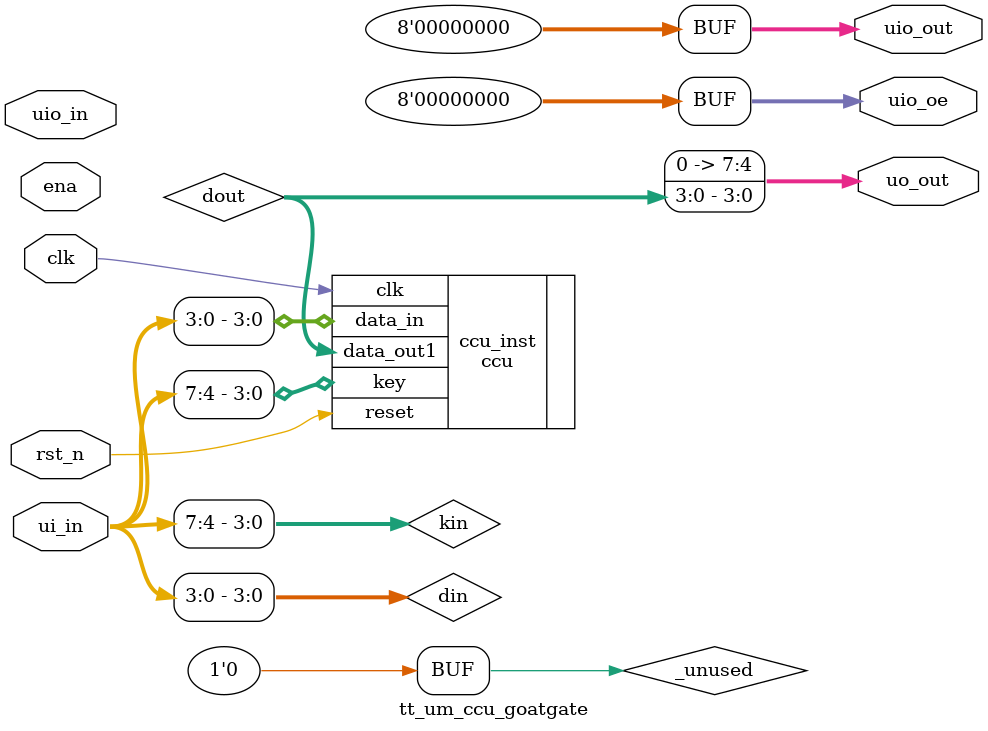
<source format=v>
/*
 * Copyright (c) 2024 Your Name
 * SPDX-License-Identifier: Apache-2.0
 */

`default_nettype none

module tt_um_ccu_goatgate (
    input  wire [7:0] ui_in,    // Dedicated inputs
    output wire [7:0] uo_out,   // Dedicated outputs
    input  wire [7:0] uio_in,   // IOs: Input path
    output wire [7:0] uio_out,  // IOs: Output path
    output wire [7:0] uio_oe,   // IOs: Enable path (active high: 0=input, 1=output)
    input  wire       ena,      // always 1 when the design is powered, so you can ignore it
    input  wire       clk,      // clock
    input  wire       rst_n     // reset_n - low to reset
);

  // All output pins must be assigned. If not used, assign to 0.
    assign uo_out[3:0] = dout;
    assign uo_out[7:4] = 0;
    assign uio_out = 0;
    assign uio_oe  = 0;
    
    // I/O definitions
    wire [3:0] din = ui_in[3:0];
    wire [3:0] kin = ui_in[7:4];
    wire [3:0] dout;
    
  // List all unused inputs to prevent warnings
  wire _unused = &{ena, 1'b0};
  ccu ccu_inst (
                          .clk(clk),
                          .reset(rst_n),
                          .data_in(din),
                          .key(kin),
                          .data_out1(dout)
                          
                       );
endmodule

</source>
